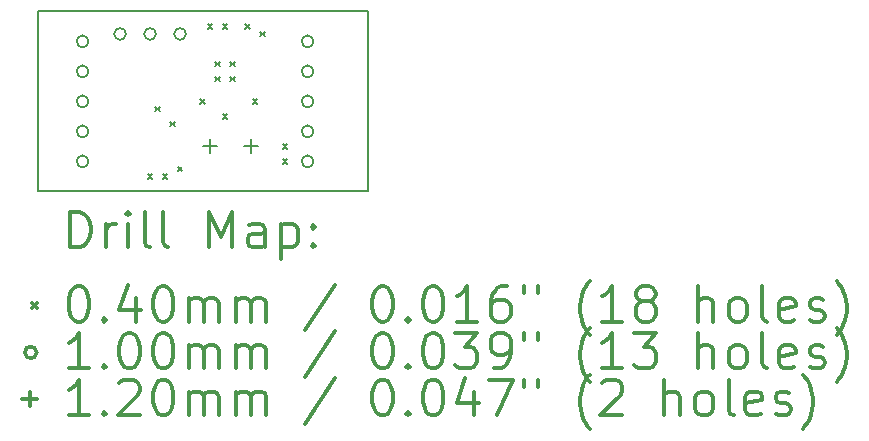
<source format=gbr>
%FSLAX45Y45*%
G04 Gerber Fmt 4.5, Leading zero omitted, Abs format (unit mm)*
G04 Created by KiCad (PCBNEW 5.0.0) date Thu Oct 11 21:07:27 2018*
%MOMM*%
%LPD*%
G01*
G04 APERTURE LIST*
%ADD10C,0.150000*%
%ADD11C,0.200000*%
%ADD12C,0.300000*%
G04 APERTURE END LIST*
D10*
X17907000Y-9398000D02*
X17907000Y-7874000D01*
X20701000Y-9398000D02*
X17907000Y-9398000D01*
X20701000Y-7874000D02*
X20701000Y-9398000D01*
X17907000Y-7874000D02*
X20701000Y-7874000D01*
D11*
X18839500Y-9251000D02*
X18879500Y-9291000D01*
X18879500Y-9251000D02*
X18839500Y-9291000D01*
X18903000Y-8679500D02*
X18943000Y-8719500D01*
X18943000Y-8679500D02*
X18903000Y-8719500D01*
X18966500Y-9251000D02*
X19006500Y-9291000D01*
X19006500Y-9251000D02*
X18966500Y-9291000D01*
X19030000Y-8806500D02*
X19070000Y-8846500D01*
X19070000Y-8806500D02*
X19030000Y-8846500D01*
X19093500Y-9187500D02*
X19133500Y-9227500D01*
X19133500Y-9187500D02*
X19093500Y-9227500D01*
X19284000Y-8616000D02*
X19324000Y-8656000D01*
X19324000Y-8616000D02*
X19284000Y-8656000D01*
X19347500Y-7981000D02*
X19387500Y-8021000D01*
X19387500Y-7981000D02*
X19347500Y-8021000D01*
X19411000Y-8298500D02*
X19451000Y-8338500D01*
X19451000Y-8298500D02*
X19411000Y-8338500D01*
X19411000Y-8425500D02*
X19451000Y-8465500D01*
X19451000Y-8425500D02*
X19411000Y-8465500D01*
X19474500Y-7981000D02*
X19514500Y-8021000D01*
X19514500Y-7981000D02*
X19474500Y-8021000D01*
X19474500Y-8743000D02*
X19514500Y-8783000D01*
X19514500Y-8743000D02*
X19474500Y-8783000D01*
X19538000Y-8298500D02*
X19578000Y-8338500D01*
X19578000Y-8298500D02*
X19538000Y-8338500D01*
X19538000Y-8425500D02*
X19578000Y-8465500D01*
X19578000Y-8425500D02*
X19538000Y-8465500D01*
X19665000Y-7981000D02*
X19705000Y-8021000D01*
X19705000Y-7981000D02*
X19665000Y-8021000D01*
X19728500Y-8616000D02*
X19768500Y-8656000D01*
X19768500Y-8616000D02*
X19728500Y-8656000D01*
X19792000Y-8044500D02*
X19832000Y-8084500D01*
X19832000Y-8044500D02*
X19792000Y-8084500D01*
X19982500Y-8997000D02*
X20022500Y-9037000D01*
X20022500Y-8997000D02*
X19982500Y-9037000D01*
X19982500Y-9124000D02*
X20022500Y-9164000D01*
X20022500Y-9124000D02*
X19982500Y-9164000D01*
X18655500Y-8064500D02*
G75*
G03X18655500Y-8064500I-50000J0D01*
G01*
X18909500Y-8064500D02*
G75*
G03X18909500Y-8064500I-50000J0D01*
G01*
X19163500Y-8064500D02*
G75*
G03X19163500Y-8064500I-50000J0D01*
G01*
X20243000Y-8128000D02*
G75*
G03X20243000Y-8128000I-50000J0D01*
G01*
X20243000Y-8382000D02*
G75*
G03X20243000Y-8382000I-50000J0D01*
G01*
X20243000Y-8636000D02*
G75*
G03X20243000Y-8636000I-50000J0D01*
G01*
X20243000Y-8890000D02*
G75*
G03X20243000Y-8890000I-50000J0D01*
G01*
X20243000Y-9144000D02*
G75*
G03X20243000Y-9144000I-50000J0D01*
G01*
X18338000Y-8128000D02*
G75*
G03X18338000Y-8128000I-50000J0D01*
G01*
X18338000Y-8382000D02*
G75*
G03X18338000Y-8382000I-50000J0D01*
G01*
X18338000Y-8636000D02*
G75*
G03X18338000Y-8636000I-50000J0D01*
G01*
X18338000Y-8890000D02*
G75*
G03X18338000Y-8890000I-50000J0D01*
G01*
X18338000Y-9144000D02*
G75*
G03X18338000Y-9144000I-50000J0D01*
G01*
X19367500Y-8957000D02*
X19367500Y-9077000D01*
X19307500Y-9017000D02*
X19427500Y-9017000D01*
X19717500Y-8957000D02*
X19717500Y-9077000D01*
X19657500Y-9017000D02*
X19777500Y-9017000D01*
D12*
X18185928Y-9871214D02*
X18185928Y-9571214D01*
X18257357Y-9571214D01*
X18300214Y-9585500D01*
X18328786Y-9614072D01*
X18343071Y-9642643D01*
X18357357Y-9699786D01*
X18357357Y-9742643D01*
X18343071Y-9799786D01*
X18328786Y-9828357D01*
X18300214Y-9856929D01*
X18257357Y-9871214D01*
X18185928Y-9871214D01*
X18485928Y-9871214D02*
X18485928Y-9671214D01*
X18485928Y-9728357D02*
X18500214Y-9699786D01*
X18514500Y-9685500D01*
X18543071Y-9671214D01*
X18571643Y-9671214D01*
X18671643Y-9871214D02*
X18671643Y-9671214D01*
X18671643Y-9571214D02*
X18657357Y-9585500D01*
X18671643Y-9599786D01*
X18685928Y-9585500D01*
X18671643Y-9571214D01*
X18671643Y-9599786D01*
X18857357Y-9871214D02*
X18828786Y-9856929D01*
X18814500Y-9828357D01*
X18814500Y-9571214D01*
X19014500Y-9871214D02*
X18985928Y-9856929D01*
X18971643Y-9828357D01*
X18971643Y-9571214D01*
X19357357Y-9871214D02*
X19357357Y-9571214D01*
X19457357Y-9785500D01*
X19557357Y-9571214D01*
X19557357Y-9871214D01*
X19828786Y-9871214D02*
X19828786Y-9714072D01*
X19814500Y-9685500D01*
X19785928Y-9671214D01*
X19728786Y-9671214D01*
X19700214Y-9685500D01*
X19828786Y-9856929D02*
X19800214Y-9871214D01*
X19728786Y-9871214D01*
X19700214Y-9856929D01*
X19685928Y-9828357D01*
X19685928Y-9799786D01*
X19700214Y-9771214D01*
X19728786Y-9756929D01*
X19800214Y-9756929D01*
X19828786Y-9742643D01*
X19971643Y-9671214D02*
X19971643Y-9971214D01*
X19971643Y-9685500D02*
X20000214Y-9671214D01*
X20057357Y-9671214D01*
X20085928Y-9685500D01*
X20100214Y-9699786D01*
X20114500Y-9728357D01*
X20114500Y-9814072D01*
X20100214Y-9842643D01*
X20085928Y-9856929D01*
X20057357Y-9871214D01*
X20000214Y-9871214D01*
X19971643Y-9856929D01*
X20243071Y-9842643D02*
X20257357Y-9856929D01*
X20243071Y-9871214D01*
X20228786Y-9856929D01*
X20243071Y-9842643D01*
X20243071Y-9871214D01*
X20243071Y-9685500D02*
X20257357Y-9699786D01*
X20243071Y-9714072D01*
X20228786Y-9699786D01*
X20243071Y-9685500D01*
X20243071Y-9714072D01*
X17859500Y-10345500D02*
X17899500Y-10385500D01*
X17899500Y-10345500D02*
X17859500Y-10385500D01*
X18243071Y-10201214D02*
X18271643Y-10201214D01*
X18300214Y-10215500D01*
X18314500Y-10229786D01*
X18328786Y-10258357D01*
X18343071Y-10315500D01*
X18343071Y-10386929D01*
X18328786Y-10444072D01*
X18314500Y-10472643D01*
X18300214Y-10486929D01*
X18271643Y-10501214D01*
X18243071Y-10501214D01*
X18214500Y-10486929D01*
X18200214Y-10472643D01*
X18185928Y-10444072D01*
X18171643Y-10386929D01*
X18171643Y-10315500D01*
X18185928Y-10258357D01*
X18200214Y-10229786D01*
X18214500Y-10215500D01*
X18243071Y-10201214D01*
X18471643Y-10472643D02*
X18485928Y-10486929D01*
X18471643Y-10501214D01*
X18457357Y-10486929D01*
X18471643Y-10472643D01*
X18471643Y-10501214D01*
X18743071Y-10301214D02*
X18743071Y-10501214D01*
X18671643Y-10186929D02*
X18600214Y-10401214D01*
X18785928Y-10401214D01*
X18957357Y-10201214D02*
X18985928Y-10201214D01*
X19014500Y-10215500D01*
X19028786Y-10229786D01*
X19043071Y-10258357D01*
X19057357Y-10315500D01*
X19057357Y-10386929D01*
X19043071Y-10444072D01*
X19028786Y-10472643D01*
X19014500Y-10486929D01*
X18985928Y-10501214D01*
X18957357Y-10501214D01*
X18928786Y-10486929D01*
X18914500Y-10472643D01*
X18900214Y-10444072D01*
X18885928Y-10386929D01*
X18885928Y-10315500D01*
X18900214Y-10258357D01*
X18914500Y-10229786D01*
X18928786Y-10215500D01*
X18957357Y-10201214D01*
X19185928Y-10501214D02*
X19185928Y-10301214D01*
X19185928Y-10329786D02*
X19200214Y-10315500D01*
X19228786Y-10301214D01*
X19271643Y-10301214D01*
X19300214Y-10315500D01*
X19314500Y-10344072D01*
X19314500Y-10501214D01*
X19314500Y-10344072D02*
X19328786Y-10315500D01*
X19357357Y-10301214D01*
X19400214Y-10301214D01*
X19428786Y-10315500D01*
X19443071Y-10344072D01*
X19443071Y-10501214D01*
X19585928Y-10501214D02*
X19585928Y-10301214D01*
X19585928Y-10329786D02*
X19600214Y-10315500D01*
X19628786Y-10301214D01*
X19671643Y-10301214D01*
X19700214Y-10315500D01*
X19714500Y-10344072D01*
X19714500Y-10501214D01*
X19714500Y-10344072D02*
X19728786Y-10315500D01*
X19757357Y-10301214D01*
X19800214Y-10301214D01*
X19828786Y-10315500D01*
X19843071Y-10344072D01*
X19843071Y-10501214D01*
X20428786Y-10186929D02*
X20171643Y-10572643D01*
X20814500Y-10201214D02*
X20843071Y-10201214D01*
X20871643Y-10215500D01*
X20885928Y-10229786D01*
X20900214Y-10258357D01*
X20914500Y-10315500D01*
X20914500Y-10386929D01*
X20900214Y-10444072D01*
X20885928Y-10472643D01*
X20871643Y-10486929D01*
X20843071Y-10501214D01*
X20814500Y-10501214D01*
X20785928Y-10486929D01*
X20771643Y-10472643D01*
X20757357Y-10444072D01*
X20743071Y-10386929D01*
X20743071Y-10315500D01*
X20757357Y-10258357D01*
X20771643Y-10229786D01*
X20785928Y-10215500D01*
X20814500Y-10201214D01*
X21043071Y-10472643D02*
X21057357Y-10486929D01*
X21043071Y-10501214D01*
X21028786Y-10486929D01*
X21043071Y-10472643D01*
X21043071Y-10501214D01*
X21243071Y-10201214D02*
X21271643Y-10201214D01*
X21300214Y-10215500D01*
X21314500Y-10229786D01*
X21328786Y-10258357D01*
X21343071Y-10315500D01*
X21343071Y-10386929D01*
X21328786Y-10444072D01*
X21314500Y-10472643D01*
X21300214Y-10486929D01*
X21271643Y-10501214D01*
X21243071Y-10501214D01*
X21214500Y-10486929D01*
X21200214Y-10472643D01*
X21185928Y-10444072D01*
X21171643Y-10386929D01*
X21171643Y-10315500D01*
X21185928Y-10258357D01*
X21200214Y-10229786D01*
X21214500Y-10215500D01*
X21243071Y-10201214D01*
X21628786Y-10501214D02*
X21457357Y-10501214D01*
X21543071Y-10501214D02*
X21543071Y-10201214D01*
X21514500Y-10244072D01*
X21485928Y-10272643D01*
X21457357Y-10286929D01*
X21885928Y-10201214D02*
X21828786Y-10201214D01*
X21800214Y-10215500D01*
X21785928Y-10229786D01*
X21757357Y-10272643D01*
X21743071Y-10329786D01*
X21743071Y-10444072D01*
X21757357Y-10472643D01*
X21771643Y-10486929D01*
X21800214Y-10501214D01*
X21857357Y-10501214D01*
X21885928Y-10486929D01*
X21900214Y-10472643D01*
X21914500Y-10444072D01*
X21914500Y-10372643D01*
X21900214Y-10344072D01*
X21885928Y-10329786D01*
X21857357Y-10315500D01*
X21800214Y-10315500D01*
X21771643Y-10329786D01*
X21757357Y-10344072D01*
X21743071Y-10372643D01*
X22028786Y-10201214D02*
X22028786Y-10258357D01*
X22143071Y-10201214D02*
X22143071Y-10258357D01*
X22585928Y-10615500D02*
X22571643Y-10601214D01*
X22543071Y-10558357D01*
X22528786Y-10529786D01*
X22514500Y-10486929D01*
X22500214Y-10415500D01*
X22500214Y-10358357D01*
X22514500Y-10286929D01*
X22528786Y-10244072D01*
X22543071Y-10215500D01*
X22571643Y-10172643D01*
X22585928Y-10158357D01*
X22857357Y-10501214D02*
X22685928Y-10501214D01*
X22771643Y-10501214D02*
X22771643Y-10201214D01*
X22743071Y-10244072D01*
X22714500Y-10272643D01*
X22685928Y-10286929D01*
X23028786Y-10329786D02*
X23000214Y-10315500D01*
X22985928Y-10301214D01*
X22971643Y-10272643D01*
X22971643Y-10258357D01*
X22985928Y-10229786D01*
X23000214Y-10215500D01*
X23028786Y-10201214D01*
X23085928Y-10201214D01*
X23114500Y-10215500D01*
X23128786Y-10229786D01*
X23143071Y-10258357D01*
X23143071Y-10272643D01*
X23128786Y-10301214D01*
X23114500Y-10315500D01*
X23085928Y-10329786D01*
X23028786Y-10329786D01*
X23000214Y-10344072D01*
X22985928Y-10358357D01*
X22971643Y-10386929D01*
X22971643Y-10444072D01*
X22985928Y-10472643D01*
X23000214Y-10486929D01*
X23028786Y-10501214D01*
X23085928Y-10501214D01*
X23114500Y-10486929D01*
X23128786Y-10472643D01*
X23143071Y-10444072D01*
X23143071Y-10386929D01*
X23128786Y-10358357D01*
X23114500Y-10344072D01*
X23085928Y-10329786D01*
X23500214Y-10501214D02*
X23500214Y-10201214D01*
X23628786Y-10501214D02*
X23628786Y-10344072D01*
X23614500Y-10315500D01*
X23585928Y-10301214D01*
X23543071Y-10301214D01*
X23514500Y-10315500D01*
X23500214Y-10329786D01*
X23814500Y-10501214D02*
X23785928Y-10486929D01*
X23771643Y-10472643D01*
X23757357Y-10444072D01*
X23757357Y-10358357D01*
X23771643Y-10329786D01*
X23785928Y-10315500D01*
X23814500Y-10301214D01*
X23857357Y-10301214D01*
X23885928Y-10315500D01*
X23900214Y-10329786D01*
X23914500Y-10358357D01*
X23914500Y-10444072D01*
X23900214Y-10472643D01*
X23885928Y-10486929D01*
X23857357Y-10501214D01*
X23814500Y-10501214D01*
X24085928Y-10501214D02*
X24057357Y-10486929D01*
X24043071Y-10458357D01*
X24043071Y-10201214D01*
X24314500Y-10486929D02*
X24285928Y-10501214D01*
X24228786Y-10501214D01*
X24200214Y-10486929D01*
X24185928Y-10458357D01*
X24185928Y-10344072D01*
X24200214Y-10315500D01*
X24228786Y-10301214D01*
X24285928Y-10301214D01*
X24314500Y-10315500D01*
X24328786Y-10344072D01*
X24328786Y-10372643D01*
X24185928Y-10401214D01*
X24443071Y-10486929D02*
X24471643Y-10501214D01*
X24528786Y-10501214D01*
X24557357Y-10486929D01*
X24571643Y-10458357D01*
X24571643Y-10444072D01*
X24557357Y-10415500D01*
X24528786Y-10401214D01*
X24485928Y-10401214D01*
X24457357Y-10386929D01*
X24443071Y-10358357D01*
X24443071Y-10344072D01*
X24457357Y-10315500D01*
X24485928Y-10301214D01*
X24528786Y-10301214D01*
X24557357Y-10315500D01*
X24671643Y-10615500D02*
X24685928Y-10601214D01*
X24714500Y-10558357D01*
X24728786Y-10529786D01*
X24743071Y-10486929D01*
X24757357Y-10415500D01*
X24757357Y-10358357D01*
X24743071Y-10286929D01*
X24728786Y-10244072D01*
X24714500Y-10215500D01*
X24685928Y-10172643D01*
X24671643Y-10158357D01*
X17899500Y-10761500D02*
G75*
G03X17899500Y-10761500I-50000J0D01*
G01*
X18343071Y-10897214D02*
X18171643Y-10897214D01*
X18257357Y-10897214D02*
X18257357Y-10597214D01*
X18228786Y-10640072D01*
X18200214Y-10668643D01*
X18171643Y-10682929D01*
X18471643Y-10868643D02*
X18485928Y-10882929D01*
X18471643Y-10897214D01*
X18457357Y-10882929D01*
X18471643Y-10868643D01*
X18471643Y-10897214D01*
X18671643Y-10597214D02*
X18700214Y-10597214D01*
X18728786Y-10611500D01*
X18743071Y-10625786D01*
X18757357Y-10654357D01*
X18771643Y-10711500D01*
X18771643Y-10782929D01*
X18757357Y-10840072D01*
X18743071Y-10868643D01*
X18728786Y-10882929D01*
X18700214Y-10897214D01*
X18671643Y-10897214D01*
X18643071Y-10882929D01*
X18628786Y-10868643D01*
X18614500Y-10840072D01*
X18600214Y-10782929D01*
X18600214Y-10711500D01*
X18614500Y-10654357D01*
X18628786Y-10625786D01*
X18643071Y-10611500D01*
X18671643Y-10597214D01*
X18957357Y-10597214D02*
X18985928Y-10597214D01*
X19014500Y-10611500D01*
X19028786Y-10625786D01*
X19043071Y-10654357D01*
X19057357Y-10711500D01*
X19057357Y-10782929D01*
X19043071Y-10840072D01*
X19028786Y-10868643D01*
X19014500Y-10882929D01*
X18985928Y-10897214D01*
X18957357Y-10897214D01*
X18928786Y-10882929D01*
X18914500Y-10868643D01*
X18900214Y-10840072D01*
X18885928Y-10782929D01*
X18885928Y-10711500D01*
X18900214Y-10654357D01*
X18914500Y-10625786D01*
X18928786Y-10611500D01*
X18957357Y-10597214D01*
X19185928Y-10897214D02*
X19185928Y-10697214D01*
X19185928Y-10725786D02*
X19200214Y-10711500D01*
X19228786Y-10697214D01*
X19271643Y-10697214D01*
X19300214Y-10711500D01*
X19314500Y-10740072D01*
X19314500Y-10897214D01*
X19314500Y-10740072D02*
X19328786Y-10711500D01*
X19357357Y-10697214D01*
X19400214Y-10697214D01*
X19428786Y-10711500D01*
X19443071Y-10740072D01*
X19443071Y-10897214D01*
X19585928Y-10897214D02*
X19585928Y-10697214D01*
X19585928Y-10725786D02*
X19600214Y-10711500D01*
X19628786Y-10697214D01*
X19671643Y-10697214D01*
X19700214Y-10711500D01*
X19714500Y-10740072D01*
X19714500Y-10897214D01*
X19714500Y-10740072D02*
X19728786Y-10711500D01*
X19757357Y-10697214D01*
X19800214Y-10697214D01*
X19828786Y-10711500D01*
X19843071Y-10740072D01*
X19843071Y-10897214D01*
X20428786Y-10582929D02*
X20171643Y-10968643D01*
X20814500Y-10597214D02*
X20843071Y-10597214D01*
X20871643Y-10611500D01*
X20885928Y-10625786D01*
X20900214Y-10654357D01*
X20914500Y-10711500D01*
X20914500Y-10782929D01*
X20900214Y-10840072D01*
X20885928Y-10868643D01*
X20871643Y-10882929D01*
X20843071Y-10897214D01*
X20814500Y-10897214D01*
X20785928Y-10882929D01*
X20771643Y-10868643D01*
X20757357Y-10840072D01*
X20743071Y-10782929D01*
X20743071Y-10711500D01*
X20757357Y-10654357D01*
X20771643Y-10625786D01*
X20785928Y-10611500D01*
X20814500Y-10597214D01*
X21043071Y-10868643D02*
X21057357Y-10882929D01*
X21043071Y-10897214D01*
X21028786Y-10882929D01*
X21043071Y-10868643D01*
X21043071Y-10897214D01*
X21243071Y-10597214D02*
X21271643Y-10597214D01*
X21300214Y-10611500D01*
X21314500Y-10625786D01*
X21328786Y-10654357D01*
X21343071Y-10711500D01*
X21343071Y-10782929D01*
X21328786Y-10840072D01*
X21314500Y-10868643D01*
X21300214Y-10882929D01*
X21271643Y-10897214D01*
X21243071Y-10897214D01*
X21214500Y-10882929D01*
X21200214Y-10868643D01*
X21185928Y-10840072D01*
X21171643Y-10782929D01*
X21171643Y-10711500D01*
X21185928Y-10654357D01*
X21200214Y-10625786D01*
X21214500Y-10611500D01*
X21243071Y-10597214D01*
X21443071Y-10597214D02*
X21628786Y-10597214D01*
X21528786Y-10711500D01*
X21571643Y-10711500D01*
X21600214Y-10725786D01*
X21614500Y-10740072D01*
X21628786Y-10768643D01*
X21628786Y-10840072D01*
X21614500Y-10868643D01*
X21600214Y-10882929D01*
X21571643Y-10897214D01*
X21485928Y-10897214D01*
X21457357Y-10882929D01*
X21443071Y-10868643D01*
X21771643Y-10897214D02*
X21828786Y-10897214D01*
X21857357Y-10882929D01*
X21871643Y-10868643D01*
X21900214Y-10825786D01*
X21914500Y-10768643D01*
X21914500Y-10654357D01*
X21900214Y-10625786D01*
X21885928Y-10611500D01*
X21857357Y-10597214D01*
X21800214Y-10597214D01*
X21771643Y-10611500D01*
X21757357Y-10625786D01*
X21743071Y-10654357D01*
X21743071Y-10725786D01*
X21757357Y-10754357D01*
X21771643Y-10768643D01*
X21800214Y-10782929D01*
X21857357Y-10782929D01*
X21885928Y-10768643D01*
X21900214Y-10754357D01*
X21914500Y-10725786D01*
X22028786Y-10597214D02*
X22028786Y-10654357D01*
X22143071Y-10597214D02*
X22143071Y-10654357D01*
X22585928Y-11011500D02*
X22571643Y-10997214D01*
X22543071Y-10954357D01*
X22528786Y-10925786D01*
X22514500Y-10882929D01*
X22500214Y-10811500D01*
X22500214Y-10754357D01*
X22514500Y-10682929D01*
X22528786Y-10640072D01*
X22543071Y-10611500D01*
X22571643Y-10568643D01*
X22585928Y-10554357D01*
X22857357Y-10897214D02*
X22685928Y-10897214D01*
X22771643Y-10897214D02*
X22771643Y-10597214D01*
X22743071Y-10640072D01*
X22714500Y-10668643D01*
X22685928Y-10682929D01*
X22957357Y-10597214D02*
X23143071Y-10597214D01*
X23043071Y-10711500D01*
X23085928Y-10711500D01*
X23114500Y-10725786D01*
X23128786Y-10740072D01*
X23143071Y-10768643D01*
X23143071Y-10840072D01*
X23128786Y-10868643D01*
X23114500Y-10882929D01*
X23085928Y-10897214D01*
X23000214Y-10897214D01*
X22971643Y-10882929D01*
X22957357Y-10868643D01*
X23500214Y-10897214D02*
X23500214Y-10597214D01*
X23628786Y-10897214D02*
X23628786Y-10740072D01*
X23614500Y-10711500D01*
X23585928Y-10697214D01*
X23543071Y-10697214D01*
X23514500Y-10711500D01*
X23500214Y-10725786D01*
X23814500Y-10897214D02*
X23785928Y-10882929D01*
X23771643Y-10868643D01*
X23757357Y-10840072D01*
X23757357Y-10754357D01*
X23771643Y-10725786D01*
X23785928Y-10711500D01*
X23814500Y-10697214D01*
X23857357Y-10697214D01*
X23885928Y-10711500D01*
X23900214Y-10725786D01*
X23914500Y-10754357D01*
X23914500Y-10840072D01*
X23900214Y-10868643D01*
X23885928Y-10882929D01*
X23857357Y-10897214D01*
X23814500Y-10897214D01*
X24085928Y-10897214D02*
X24057357Y-10882929D01*
X24043071Y-10854357D01*
X24043071Y-10597214D01*
X24314500Y-10882929D02*
X24285928Y-10897214D01*
X24228786Y-10897214D01*
X24200214Y-10882929D01*
X24185928Y-10854357D01*
X24185928Y-10740072D01*
X24200214Y-10711500D01*
X24228786Y-10697214D01*
X24285928Y-10697214D01*
X24314500Y-10711500D01*
X24328786Y-10740072D01*
X24328786Y-10768643D01*
X24185928Y-10797214D01*
X24443071Y-10882929D02*
X24471643Y-10897214D01*
X24528786Y-10897214D01*
X24557357Y-10882929D01*
X24571643Y-10854357D01*
X24571643Y-10840072D01*
X24557357Y-10811500D01*
X24528786Y-10797214D01*
X24485928Y-10797214D01*
X24457357Y-10782929D01*
X24443071Y-10754357D01*
X24443071Y-10740072D01*
X24457357Y-10711500D01*
X24485928Y-10697214D01*
X24528786Y-10697214D01*
X24557357Y-10711500D01*
X24671643Y-11011500D02*
X24685928Y-10997214D01*
X24714500Y-10954357D01*
X24728786Y-10925786D01*
X24743071Y-10882929D01*
X24757357Y-10811500D01*
X24757357Y-10754357D01*
X24743071Y-10682929D01*
X24728786Y-10640072D01*
X24714500Y-10611500D01*
X24685928Y-10568643D01*
X24671643Y-10554357D01*
X17839500Y-11097500D02*
X17839500Y-11217500D01*
X17779500Y-11157500D02*
X17899500Y-11157500D01*
X18343071Y-11293214D02*
X18171643Y-11293214D01*
X18257357Y-11293214D02*
X18257357Y-10993214D01*
X18228786Y-11036072D01*
X18200214Y-11064643D01*
X18171643Y-11078929D01*
X18471643Y-11264643D02*
X18485928Y-11278929D01*
X18471643Y-11293214D01*
X18457357Y-11278929D01*
X18471643Y-11264643D01*
X18471643Y-11293214D01*
X18600214Y-11021786D02*
X18614500Y-11007500D01*
X18643071Y-10993214D01*
X18714500Y-10993214D01*
X18743071Y-11007500D01*
X18757357Y-11021786D01*
X18771643Y-11050357D01*
X18771643Y-11078929D01*
X18757357Y-11121786D01*
X18585928Y-11293214D01*
X18771643Y-11293214D01*
X18957357Y-10993214D02*
X18985928Y-10993214D01*
X19014500Y-11007500D01*
X19028786Y-11021786D01*
X19043071Y-11050357D01*
X19057357Y-11107500D01*
X19057357Y-11178929D01*
X19043071Y-11236071D01*
X19028786Y-11264643D01*
X19014500Y-11278929D01*
X18985928Y-11293214D01*
X18957357Y-11293214D01*
X18928786Y-11278929D01*
X18914500Y-11264643D01*
X18900214Y-11236071D01*
X18885928Y-11178929D01*
X18885928Y-11107500D01*
X18900214Y-11050357D01*
X18914500Y-11021786D01*
X18928786Y-11007500D01*
X18957357Y-10993214D01*
X19185928Y-11293214D02*
X19185928Y-11093214D01*
X19185928Y-11121786D02*
X19200214Y-11107500D01*
X19228786Y-11093214D01*
X19271643Y-11093214D01*
X19300214Y-11107500D01*
X19314500Y-11136072D01*
X19314500Y-11293214D01*
X19314500Y-11136072D02*
X19328786Y-11107500D01*
X19357357Y-11093214D01*
X19400214Y-11093214D01*
X19428786Y-11107500D01*
X19443071Y-11136072D01*
X19443071Y-11293214D01*
X19585928Y-11293214D02*
X19585928Y-11093214D01*
X19585928Y-11121786D02*
X19600214Y-11107500D01*
X19628786Y-11093214D01*
X19671643Y-11093214D01*
X19700214Y-11107500D01*
X19714500Y-11136072D01*
X19714500Y-11293214D01*
X19714500Y-11136072D02*
X19728786Y-11107500D01*
X19757357Y-11093214D01*
X19800214Y-11093214D01*
X19828786Y-11107500D01*
X19843071Y-11136072D01*
X19843071Y-11293214D01*
X20428786Y-10978929D02*
X20171643Y-11364643D01*
X20814500Y-10993214D02*
X20843071Y-10993214D01*
X20871643Y-11007500D01*
X20885928Y-11021786D01*
X20900214Y-11050357D01*
X20914500Y-11107500D01*
X20914500Y-11178929D01*
X20900214Y-11236071D01*
X20885928Y-11264643D01*
X20871643Y-11278929D01*
X20843071Y-11293214D01*
X20814500Y-11293214D01*
X20785928Y-11278929D01*
X20771643Y-11264643D01*
X20757357Y-11236071D01*
X20743071Y-11178929D01*
X20743071Y-11107500D01*
X20757357Y-11050357D01*
X20771643Y-11021786D01*
X20785928Y-11007500D01*
X20814500Y-10993214D01*
X21043071Y-11264643D02*
X21057357Y-11278929D01*
X21043071Y-11293214D01*
X21028786Y-11278929D01*
X21043071Y-11264643D01*
X21043071Y-11293214D01*
X21243071Y-10993214D02*
X21271643Y-10993214D01*
X21300214Y-11007500D01*
X21314500Y-11021786D01*
X21328786Y-11050357D01*
X21343071Y-11107500D01*
X21343071Y-11178929D01*
X21328786Y-11236071D01*
X21314500Y-11264643D01*
X21300214Y-11278929D01*
X21271643Y-11293214D01*
X21243071Y-11293214D01*
X21214500Y-11278929D01*
X21200214Y-11264643D01*
X21185928Y-11236071D01*
X21171643Y-11178929D01*
X21171643Y-11107500D01*
X21185928Y-11050357D01*
X21200214Y-11021786D01*
X21214500Y-11007500D01*
X21243071Y-10993214D01*
X21600214Y-11093214D02*
X21600214Y-11293214D01*
X21528786Y-10978929D02*
X21457357Y-11193214D01*
X21643071Y-11193214D01*
X21728786Y-10993214D02*
X21928786Y-10993214D01*
X21800214Y-11293214D01*
X22028786Y-10993214D02*
X22028786Y-11050357D01*
X22143071Y-10993214D02*
X22143071Y-11050357D01*
X22585928Y-11407500D02*
X22571643Y-11393214D01*
X22543071Y-11350357D01*
X22528786Y-11321786D01*
X22514500Y-11278929D01*
X22500214Y-11207500D01*
X22500214Y-11150357D01*
X22514500Y-11078929D01*
X22528786Y-11036072D01*
X22543071Y-11007500D01*
X22571643Y-10964643D01*
X22585928Y-10950357D01*
X22685928Y-11021786D02*
X22700214Y-11007500D01*
X22728786Y-10993214D01*
X22800214Y-10993214D01*
X22828786Y-11007500D01*
X22843071Y-11021786D01*
X22857357Y-11050357D01*
X22857357Y-11078929D01*
X22843071Y-11121786D01*
X22671643Y-11293214D01*
X22857357Y-11293214D01*
X23214500Y-11293214D02*
X23214500Y-10993214D01*
X23343071Y-11293214D02*
X23343071Y-11136072D01*
X23328786Y-11107500D01*
X23300214Y-11093214D01*
X23257357Y-11093214D01*
X23228786Y-11107500D01*
X23214500Y-11121786D01*
X23528786Y-11293214D02*
X23500214Y-11278929D01*
X23485928Y-11264643D01*
X23471643Y-11236071D01*
X23471643Y-11150357D01*
X23485928Y-11121786D01*
X23500214Y-11107500D01*
X23528786Y-11093214D01*
X23571643Y-11093214D01*
X23600214Y-11107500D01*
X23614500Y-11121786D01*
X23628786Y-11150357D01*
X23628786Y-11236071D01*
X23614500Y-11264643D01*
X23600214Y-11278929D01*
X23571643Y-11293214D01*
X23528786Y-11293214D01*
X23800214Y-11293214D02*
X23771643Y-11278929D01*
X23757357Y-11250357D01*
X23757357Y-10993214D01*
X24028786Y-11278929D02*
X24000214Y-11293214D01*
X23943071Y-11293214D01*
X23914500Y-11278929D01*
X23900214Y-11250357D01*
X23900214Y-11136072D01*
X23914500Y-11107500D01*
X23943071Y-11093214D01*
X24000214Y-11093214D01*
X24028786Y-11107500D01*
X24043071Y-11136072D01*
X24043071Y-11164643D01*
X23900214Y-11193214D01*
X24157357Y-11278929D02*
X24185928Y-11293214D01*
X24243071Y-11293214D01*
X24271643Y-11278929D01*
X24285928Y-11250357D01*
X24285928Y-11236071D01*
X24271643Y-11207500D01*
X24243071Y-11193214D01*
X24200214Y-11193214D01*
X24171643Y-11178929D01*
X24157357Y-11150357D01*
X24157357Y-11136072D01*
X24171643Y-11107500D01*
X24200214Y-11093214D01*
X24243071Y-11093214D01*
X24271643Y-11107500D01*
X24385928Y-11407500D02*
X24400214Y-11393214D01*
X24428786Y-11350357D01*
X24443071Y-11321786D01*
X24457357Y-11278929D01*
X24471643Y-11207500D01*
X24471643Y-11150357D01*
X24457357Y-11078929D01*
X24443071Y-11036072D01*
X24428786Y-11007500D01*
X24400214Y-10964643D01*
X24385928Y-10950357D01*
M02*

</source>
